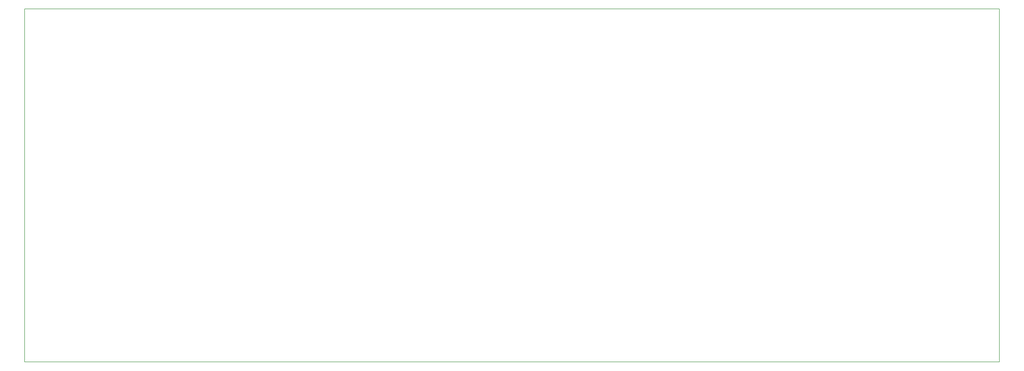
<source format=gbr>
G04 #@! TF.GenerationSoftware,KiCad,Pcbnew,7.0.1*
G04 #@! TF.CreationDate,2024-09-27T18:45:23-05:00*
G04 #@! TF.ProjectId,C128DKEYBOARD,43313238-444b-4455-9942-4f4152442e6b,3.3*
G04 #@! TF.SameCoordinates,Original*
G04 #@! TF.FileFunction,Profile,NP*
%FSLAX46Y46*%
G04 Gerber Fmt 4.6, Leading zero omitted, Abs format (unit mm)*
G04 Created by KiCad (PCBNEW 7.0.1) date 2024-09-27 18:45:23*
%MOMM*%
%LPD*%
G01*
G04 APERTURE LIST*
G04 #@! TA.AperFunction,Profile*
%ADD10C,0.150000*%
G04 #@! TD*
G04 APERTURE END LIST*
D10*
X54216300Y-123215400D02*
X116088300Y-123216000D01*
X405260000Y-123190000D02*
X134064300Y-123215400D01*
X53581300Y-250977400D02*
X53263800Y-250977400D01*
X116088300Y-123216000D02*
X134064300Y-123215400D01*
X53263800Y-250215400D02*
X53263800Y-250977400D01*
X54216300Y-123215400D02*
X53581300Y-123215400D01*
X405260000Y-250952000D02*
X405260000Y-123190000D01*
X53581300Y-250977400D02*
X405260000Y-250952000D01*
X53263800Y-123215400D02*
X53263800Y-250215400D01*
X53263800Y-123215400D02*
X53581300Y-123215400D01*
M02*

</source>
